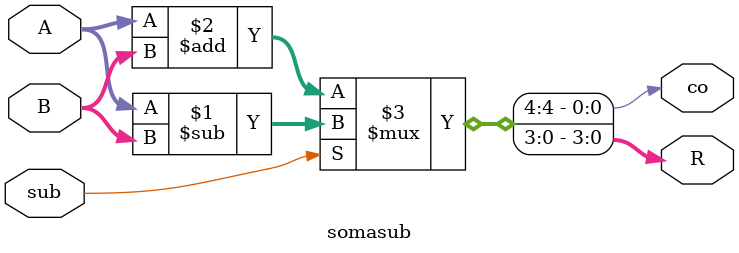
<source format=v>
module somasub #(
    parameter WIDTH = 4
) (
    input sub,
    input  [WIDTH-1:0] A, B,
    output [WIDTH-1:0] R,
    output co
);
    assign {co,R} = sub ? A-B : A+B;
endmodule
</source>
